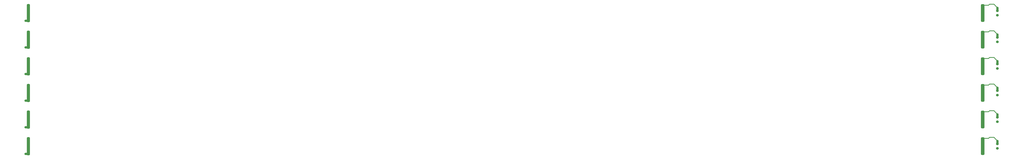
<source format=gbr>
G04 EAGLE Gerber RS-274X export*
G75*
%MOMM*%
%FSLAX34Y34*%
%LPD*%
%INTop Copper*%
%IPPOS*%
%AMOC8*
5,1,8,0,0,1.08239X$1,22.5*%
G01*
%ADD10C,1.270000*%
%ADD11C,1.056400*%
%ADD12C,1.524000*%
%ADD13C,0.406400*%


D10*
X64770Y12700D02*
X77470Y12700D01*
D11*
X64770Y12700D03*
D12*
X5617210Y44450D03*
D10*
X78740Y12700D02*
X78740Y102870D01*
X83820Y102870D01*
X83820Y11430D01*
X77470Y11430D01*
X5529580Y101600D02*
X5537200Y101600D01*
X5537200Y12700D01*
X5529580Y12700D02*
X5529580Y100330D01*
X5617210Y86360D02*
X5617210Y69850D01*
D13*
X5617210Y86360D02*
X5597583Y107950D01*
X5572760Y107950D01*
X5566410Y101600D01*
X5538470Y101600D01*
D12*
X5617210Y69850D03*
D10*
X5537200Y12700D02*
X5529580Y12700D01*
X77470Y165100D02*
X64770Y165100D01*
D11*
X64770Y165100D03*
D12*
X5617210Y196850D03*
D10*
X78740Y165100D02*
X78740Y255270D01*
X83820Y255270D01*
X83820Y163830D01*
X77470Y163830D01*
X5529580Y254000D02*
X5537200Y254000D01*
X5537200Y165100D01*
X5529580Y165100D02*
X5529580Y252730D01*
X5617210Y238760D02*
X5617210Y222250D01*
D13*
X5617210Y238760D02*
X5597583Y260350D01*
X5572760Y260350D01*
X5566410Y254000D01*
X5538470Y254000D01*
D12*
X5617210Y222250D03*
D10*
X5537200Y165100D02*
X5529580Y165100D01*
X77470Y317500D02*
X64770Y317500D01*
D11*
X64770Y317500D03*
D12*
X5617210Y349250D03*
D10*
X78740Y317500D02*
X78740Y407670D01*
X83820Y407670D01*
X83820Y316230D01*
X77470Y316230D01*
X5529580Y406400D02*
X5537200Y406400D01*
X5537200Y317500D01*
X5529580Y317500D02*
X5529580Y405130D01*
X5617210Y391160D02*
X5617210Y374650D01*
D13*
X5617210Y391160D02*
X5597583Y412750D01*
X5572760Y412750D01*
X5566410Y406400D01*
X5538470Y406400D01*
D12*
X5617210Y374650D03*
D10*
X5537200Y317500D02*
X5529580Y317500D01*
X77470Y469900D02*
X64770Y469900D01*
D11*
X64770Y469900D03*
D12*
X5617210Y501650D03*
D10*
X78740Y469900D02*
X78740Y560070D01*
X83820Y560070D01*
X83820Y468630D01*
X77470Y468630D01*
X5529580Y558800D02*
X5537200Y558800D01*
X5537200Y469900D01*
X5529580Y469900D02*
X5529580Y557530D01*
X5617210Y543560D02*
X5617210Y527050D01*
D13*
X5617210Y543560D02*
X5597583Y565150D01*
X5572760Y565150D01*
X5566410Y558800D01*
X5538470Y558800D01*
D12*
X5617210Y527050D03*
D10*
X5537200Y469900D02*
X5529580Y469900D01*
X77470Y622300D02*
X64770Y622300D01*
D11*
X64770Y622300D03*
D12*
X5617210Y654050D03*
D10*
X78740Y622300D02*
X78740Y712470D01*
X83820Y712470D01*
X83820Y621030D01*
X77470Y621030D01*
X5529580Y711200D02*
X5537200Y711200D01*
X5537200Y622300D01*
X5529580Y622300D02*
X5529580Y709930D01*
X5617210Y695960D02*
X5617210Y679450D01*
D13*
X5617210Y695960D02*
X5597583Y717550D01*
X5572760Y717550D01*
X5566410Y711200D01*
X5538470Y711200D01*
D12*
X5617210Y679450D03*
D10*
X5537200Y622300D02*
X5529580Y622300D01*
X77470Y774700D02*
X64770Y774700D01*
D11*
X64770Y774700D03*
D12*
X5617210Y806450D03*
D10*
X78740Y774700D02*
X78740Y864870D01*
X83820Y864870D01*
X83820Y773430D01*
X77470Y773430D01*
X5529580Y863600D02*
X5537200Y863600D01*
X5537200Y774700D01*
X5529580Y774700D02*
X5529580Y862330D01*
X5617210Y848360D02*
X5617210Y831850D01*
D13*
X5617210Y848360D02*
X5597583Y869950D01*
X5572760Y869950D01*
X5566410Y863600D01*
X5538470Y863600D01*
D12*
X5617210Y831850D03*
D10*
X5537200Y774700D02*
X5529580Y774700D01*
M02*

</source>
